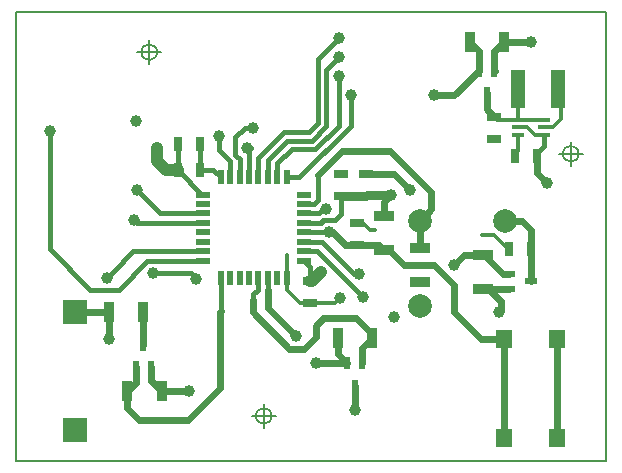
<source format=gbr>
G04 #@! TF.FileFunction,Copper,L1,Top,Signal*
%FSLAX46Y46*%
G04 Gerber Fmt 4.6, Leading zero omitted, Abs format (unit mm)*
G04 Created by KiCad (PCBNEW 4.0.0-2.201512091501+6195~38~ubuntu15.10.1-stable) date do 17 dec 2015 22:41:39 CET*
%MOMM*%
G01*
G04 APERTURE LIST*
%ADD10C,0.100000*%
%ADD11C,0.150000*%
%ADD12C,2.000000*%
%ADD13R,0.700000X1.300000*%
%ADD14R,1.300000X0.700000*%
%ADD15R,1.200000X0.500000*%
%ADD16R,0.500000X1.200000*%
%ADD17R,0.599440X1.000760*%
%ADD18R,1.000760X0.599440*%
%ADD19R,1.700000X0.900000*%
%ADD20R,0.900000X1.700000*%
%ADD21R,1.998980X1.998980*%
%ADD22R,1.400000X1.600000*%
%ADD23R,1.200000X3.200000*%
%ADD24R,1.000000X0.350000*%
%ADD25C,1.000000*%
%ADD26C,0.600000*%
%ADD27C,0.300000*%
%ADD28C,0.400000*%
%ADD29C,1.000000*%
%ADD30C,0.800000*%
G04 APERTURE END LIST*
D10*
D11*
X124666666Y-69000000D02*
G75*
G03X124666666Y-69000000I-666666J0D01*
G01*
X123000000Y-69000000D02*
X125000000Y-69000000D01*
X124000000Y-68000000D02*
X124000000Y-70000000D01*
X88966666Y-60400000D02*
G75*
G03X88966666Y-60400000I-666666J0D01*
G01*
X87300000Y-60400000D02*
X89300000Y-60400000D01*
X88300000Y-59400000D02*
X88300000Y-61400000D01*
X98666666Y-91200000D02*
G75*
G03X98666666Y-91200000I-666666J0D01*
G01*
X97000000Y-91200000D02*
X99000000Y-91200000D01*
X98000000Y-90200000D02*
X98000000Y-92200000D01*
X77000000Y-95000000D02*
X77000000Y-57000000D01*
X127000000Y-95000000D02*
X77000000Y-95000000D01*
X127000000Y-57000000D02*
X127000000Y-95000000D01*
X77000000Y-57000000D02*
X127000000Y-57000000D01*
D12*
X118400000Y-74700000D03*
X111200000Y-81870000D03*
X111200000Y-74700000D03*
D13*
X90700000Y-70350000D03*
X92600000Y-70350000D03*
D14*
X104550000Y-72600000D03*
X104550000Y-70700000D03*
D13*
X90700000Y-68150000D03*
X92600000Y-68150000D03*
D14*
X106650000Y-72600000D03*
X106650000Y-70700000D03*
X105900000Y-76750000D03*
X105900000Y-74850000D03*
X101900000Y-79750000D03*
X101900000Y-81650000D03*
D13*
X120650000Y-77100000D03*
X118750000Y-77100000D03*
D14*
X117500000Y-65850000D03*
X117500000Y-67750000D03*
D13*
X121150000Y-69200000D03*
X119250000Y-69200000D03*
D15*
X101400000Y-78050000D03*
X101400000Y-77250000D03*
X101400000Y-76450000D03*
X101400000Y-75650000D03*
X101400000Y-74850000D03*
X101400000Y-74050000D03*
X101400000Y-73250000D03*
X101400000Y-72450000D03*
D16*
X99950000Y-71000000D03*
X99150000Y-71000000D03*
X98350000Y-71000000D03*
X97550000Y-71000000D03*
X96750000Y-71000000D03*
X95950000Y-71000000D03*
X95150000Y-71000000D03*
X94350000Y-71000000D03*
D15*
X92900000Y-72450000D03*
X92900000Y-73250000D03*
X92900000Y-74050000D03*
X92900000Y-74850000D03*
X92900000Y-75650000D03*
X92900000Y-76450000D03*
X92900000Y-77250000D03*
X92900000Y-78050000D03*
D16*
X94350000Y-79500000D03*
X95150000Y-79500000D03*
X95950000Y-79500000D03*
X96750000Y-79500000D03*
X97550000Y-79500000D03*
X98350000Y-79500000D03*
X99150000Y-79500000D03*
X99950000Y-79500000D03*
D17*
X105049760Y-86750040D03*
X106350240Y-86750040D03*
X105700000Y-88649960D03*
D18*
X118750040Y-80450240D03*
X118750040Y-79149760D03*
X120649960Y-79800000D03*
D17*
X88450240Y-87049960D03*
X87149760Y-87049960D03*
X87800000Y-85150040D03*
X116226192Y-61960580D03*
X117526672Y-61960580D03*
X116876432Y-63860500D03*
D19*
X108200000Y-74250000D03*
X108200000Y-77150000D03*
X111200000Y-77000000D03*
X111200000Y-79900000D03*
D20*
X104280000Y-84630000D03*
X107180000Y-84630000D03*
D19*
X116600000Y-80450000D03*
X116600000Y-77550000D03*
D20*
X89350000Y-89100000D03*
X86450000Y-89100000D03*
X87800000Y-82420000D03*
X84900000Y-82420000D03*
D21*
X81980000Y-82398740D03*
X81980000Y-92401260D03*
D20*
X118326432Y-59510540D03*
X115426432Y-59510540D03*
D22*
X118350000Y-93100000D03*
X122850000Y-93100000D03*
X118350000Y-84700000D03*
X122850000Y-84700000D03*
D23*
X119500000Y-63500000D03*
X122900000Y-63500000D03*
D24*
X119500000Y-66100000D03*
X119500000Y-66750000D03*
X119500000Y-67400000D03*
X121700000Y-67400000D03*
X121700000Y-66750000D03*
X121700000Y-66100000D03*
D25*
X102400000Y-86700000D03*
X122000000Y-71500000D03*
X117926091Y-82370428D03*
X109000000Y-82850000D03*
X104450000Y-81200000D03*
X87200000Y-66200000D03*
X110400000Y-72100000D03*
X103533548Y-75650000D03*
X92300000Y-79600000D03*
X88600000Y-79100000D03*
X105361890Y-64017668D03*
X103308012Y-73649979D03*
X84900000Y-84700000D03*
X100702832Y-84402832D03*
X104399998Y-60800000D03*
X104400006Y-59200000D03*
X96600000Y-68499992D03*
X97100000Y-66800000D03*
X104361870Y-62418909D03*
X106100000Y-79200000D03*
X114100000Y-78399980D03*
X87300000Y-72100000D03*
X87000000Y-74600000D03*
X84700000Y-79493621D03*
X79900000Y-67100000D03*
X94200000Y-67500000D03*
X105700000Y-90700000D03*
X120600000Y-59500000D03*
X106400000Y-81100000D03*
X89000000Y-68500000D03*
X102868478Y-78982720D03*
X112450000Y-64055051D03*
X91700000Y-89100000D03*
X108800000Y-72500000D03*
D26*
X102400000Y-86700000D02*
X104999720Y-86700000D01*
X104999720Y-86700000D02*
X105049760Y-86750040D01*
X121150000Y-69200000D02*
X121150000Y-70650000D01*
X121150000Y-70650000D02*
X122000000Y-71500000D01*
X118050000Y-82246519D02*
X117926091Y-82370428D01*
X118050000Y-81500000D02*
X118050000Y-82246519D01*
X116600000Y-80450000D02*
X117000000Y-80450000D01*
X117000000Y-80450000D02*
X118050000Y-81500000D01*
D27*
X119500000Y-66750000D02*
X120300000Y-66750000D01*
X120300000Y-66750000D02*
X120950000Y-67400000D01*
X120950000Y-67400000D02*
X121700000Y-67400000D01*
D28*
X121150000Y-69200000D02*
X121150000Y-68900000D01*
X121150000Y-68900000D02*
X121700000Y-68350000D01*
X121700000Y-68350000D02*
X121700000Y-67425001D01*
D26*
X104280000Y-84630000D02*
X104280000Y-85980280D01*
X104280000Y-85980280D02*
X105049760Y-86750040D01*
X116600000Y-80450000D02*
X118749800Y-80450000D01*
X118749800Y-80450000D02*
X118750040Y-80450240D01*
D27*
X105900000Y-74850000D02*
X106400000Y-74850000D01*
X106400000Y-74850000D02*
X107000000Y-75450000D01*
X107000000Y-75450000D02*
X107450000Y-75450000D01*
X118750000Y-77100000D02*
X118700000Y-77100000D01*
X117500000Y-75900000D02*
X116450000Y-75900000D01*
X118700000Y-77100000D02*
X117500000Y-75900000D01*
X101900000Y-81650000D02*
X101050000Y-81650000D01*
X101050000Y-81650000D02*
X99950000Y-80550000D01*
X99950000Y-80550000D02*
X99950000Y-79500000D01*
X104000000Y-81650000D02*
X104450000Y-81200000D01*
X101900000Y-81650000D02*
X104000000Y-81650000D01*
X99950000Y-78600000D02*
X99950000Y-77550000D01*
X99950000Y-79500000D02*
X99950000Y-78600000D01*
D26*
X109000000Y-70700000D02*
X110400000Y-72100000D01*
X106650000Y-70700000D02*
X109000000Y-70700000D01*
D27*
X119200000Y-69100000D02*
X119500000Y-68800000D01*
X119500000Y-68800000D02*
X119500000Y-67400000D01*
D26*
X122850000Y-93100000D02*
X122850000Y-84700000D01*
D28*
X101750000Y-81650000D02*
X101900000Y-81650000D01*
X99950000Y-79500000D02*
X99950000Y-79850000D01*
X92600000Y-70350000D02*
X93700000Y-70350000D01*
X93700000Y-70350000D02*
X94350000Y-71000000D01*
X92600000Y-68150000D02*
X92600000Y-70350000D01*
D26*
X114100000Y-82400000D02*
X116400000Y-84700000D01*
X116400000Y-84700000D02*
X118350000Y-84700000D01*
X112400000Y-78400000D02*
X109850000Y-78400000D01*
X114100000Y-82400000D02*
X114100000Y-80100000D01*
X109850000Y-78400000D02*
X108600000Y-77150000D01*
X114100000Y-80100000D02*
X112400000Y-78400000D01*
X108600000Y-77150000D02*
X108200000Y-77150000D01*
X105900000Y-76750000D02*
X107800000Y-76750000D01*
X107800000Y-76750000D02*
X108200000Y-77150000D01*
X103533548Y-75650000D02*
X103850000Y-75650000D01*
X103850000Y-75650000D02*
X104900000Y-76700000D01*
X104900000Y-76700000D02*
X105850000Y-76700000D01*
X105850000Y-76700000D02*
X105900000Y-76750000D01*
D28*
X88600000Y-79100000D02*
X91800000Y-79100000D01*
X91800000Y-79100000D02*
X92300000Y-79600000D01*
D26*
X118350000Y-93100000D02*
X118350000Y-91700000D01*
X118350000Y-91700000D02*
X118350000Y-84700000D01*
D28*
X101400000Y-75650000D02*
X103700000Y-75650000D01*
D26*
X120650000Y-77100000D02*
X120650000Y-75450000D01*
X120650000Y-75450000D02*
X119900000Y-74700000D01*
X119900000Y-74700000D02*
X118400000Y-74700000D01*
X120649960Y-79800000D02*
X120649960Y-77100040D01*
X120649960Y-77100040D02*
X120650000Y-77100000D01*
D28*
X105361890Y-64724774D02*
X105361890Y-64017668D01*
X105361890Y-66608005D02*
X105361890Y-64724774D01*
X100969895Y-71000000D02*
X105361890Y-66608005D01*
X99950000Y-71000000D02*
X100969895Y-71000000D01*
D26*
X84800960Y-84799040D02*
X84900000Y-84700000D01*
D28*
X103063604Y-73649979D02*
X103308012Y-73649979D01*
X102663583Y-74050000D02*
X103063604Y-73649979D01*
X101400000Y-74050000D02*
X102663583Y-74050000D01*
D26*
X81980000Y-82398740D02*
X84878740Y-82398740D01*
X84878740Y-82398740D02*
X84900000Y-82420000D01*
X84900000Y-84700000D02*
X84900000Y-82420000D01*
X112199999Y-73700001D02*
X111200000Y-74700000D01*
X108728004Y-68800000D02*
X112199999Y-72271995D01*
X112199999Y-72271995D02*
X112199999Y-73700001D01*
X104600000Y-68800000D02*
X108728004Y-68800000D01*
X102600000Y-70800000D02*
X104600000Y-68800000D01*
X111200000Y-77000000D02*
X111200000Y-74700000D01*
D28*
X102600000Y-72877989D02*
X102600000Y-70800000D01*
X101400000Y-73250000D02*
X102227989Y-73250000D01*
X102227989Y-73250000D02*
X102600000Y-72877989D01*
D26*
X100202833Y-83902833D02*
X100702832Y-84402832D01*
X98350000Y-80550000D02*
X98350000Y-82050000D01*
X98350000Y-82050000D02*
X100202833Y-83902833D01*
D28*
X98350000Y-79500000D02*
X98350000Y-80550000D01*
D26*
X97100000Y-81400000D02*
X97100000Y-82428004D01*
X97100000Y-82428004D02*
X100174830Y-85502834D01*
X100174830Y-85502834D02*
X101397166Y-85502834D01*
X102400000Y-83550000D02*
X103050000Y-82900000D01*
X101397166Y-85502834D02*
X102400000Y-84500000D01*
X102400000Y-84500000D02*
X102400000Y-83550000D01*
X103050000Y-82900000D02*
X105850000Y-82900000D01*
X105850000Y-82900000D02*
X107180000Y-84230000D01*
X107180000Y-84230000D02*
X107180000Y-84630000D01*
D28*
X97550000Y-79500000D02*
X97500001Y-79549999D01*
X97500001Y-79549999D02*
X97500001Y-80500001D01*
X97500001Y-80500001D02*
X97100000Y-80900002D01*
X97100000Y-80900002D02*
X97100000Y-81600000D01*
X97100000Y-81600000D02*
X97100000Y-81400000D01*
D26*
X106350240Y-86750040D02*
X106350240Y-85459760D01*
X106350240Y-85459760D02*
X107180000Y-84630000D01*
D28*
X103300011Y-61899987D02*
X103899999Y-61299999D01*
X103899999Y-61299999D02*
X104399998Y-60800000D01*
X98350000Y-71000000D02*
X98350000Y-69560035D01*
X98350000Y-69560035D02*
X100010046Y-67899989D01*
X100010046Y-67899989D02*
X102089976Y-67899989D01*
X102089976Y-67899989D02*
X103300011Y-66689954D01*
X103300011Y-66689954D02*
X103300011Y-61899987D01*
X104400006Y-59200000D02*
X102600000Y-61000006D01*
X97550000Y-69370070D02*
X97550000Y-70000000D01*
X102600000Y-61000006D02*
X102600000Y-66400000D01*
X102600000Y-66400000D02*
X101800022Y-67199978D01*
X101800022Y-67199978D02*
X99720092Y-67199978D01*
X99720092Y-67199978D02*
X97550000Y-69370070D01*
X97550000Y-70000000D02*
X97550000Y-71000000D01*
X96750000Y-68649992D02*
X96600000Y-68499992D01*
X96900000Y-68500000D02*
X96600008Y-68500000D01*
X96600008Y-68500000D02*
X96600000Y-68499992D01*
X96750000Y-71000000D02*
X96750000Y-68649992D01*
X96392894Y-66800000D02*
X97100000Y-66800000D01*
X95950000Y-69430002D02*
X95599999Y-69080001D01*
X95950000Y-71000000D02*
X95950000Y-69430002D01*
X95599999Y-69080001D02*
X95599999Y-67592895D01*
X95599999Y-67592895D02*
X96392894Y-66800000D01*
X99150000Y-70000000D02*
X99150000Y-71000000D01*
X99150000Y-69810037D02*
X99150000Y-70000000D01*
X104361870Y-66618060D02*
X102379930Y-68600000D01*
X102379930Y-68600000D02*
X100360037Y-68600000D01*
X104361870Y-62418909D02*
X104361870Y-66618060D01*
X100360037Y-68600000D02*
X99150000Y-69810037D01*
X105649998Y-79200000D02*
X106100000Y-79200000D01*
X101400000Y-76450000D02*
X102899998Y-76450000D01*
X102899998Y-76450000D02*
X105649998Y-79200000D01*
D26*
X114599999Y-77899981D02*
X114100000Y-78399980D01*
X114949980Y-77550000D02*
X114599999Y-77899981D01*
X116600000Y-77550000D02*
X114949980Y-77550000D01*
X116600000Y-77550000D02*
X116650000Y-77550000D01*
X118249760Y-79149760D02*
X118750040Y-79149760D01*
X116650000Y-77550000D02*
X118249760Y-79149760D01*
D28*
X92900000Y-74050000D02*
X89250000Y-74050000D01*
X89250000Y-74050000D02*
X87300000Y-72100000D01*
X92900000Y-74850000D02*
X87250000Y-74850000D01*
X87250000Y-74850000D02*
X87000000Y-74600000D01*
D26*
X94350000Y-82350000D02*
X94300000Y-82400000D01*
X94300000Y-82400000D02*
X94300000Y-88800000D01*
X94300000Y-88800000D02*
X91600000Y-91500000D01*
X91600000Y-91500000D02*
X87400000Y-91500000D01*
X87400000Y-91500000D02*
X86450000Y-90550000D01*
X86450000Y-90550000D02*
X86450000Y-89100000D01*
D28*
X94350000Y-79500000D02*
X94350000Y-82350000D01*
D26*
X87149760Y-87049960D02*
X87149760Y-88400240D01*
X87149760Y-88400240D02*
X86450000Y-89100000D01*
D28*
X85199999Y-78993622D02*
X84700000Y-79493621D01*
X86943621Y-77250000D02*
X85199999Y-78993622D01*
X92900000Y-77250000D02*
X86943621Y-77250000D01*
X92900000Y-78050000D02*
X88150000Y-78050000D01*
X88150000Y-78050000D02*
X85706378Y-80493622D01*
X85706378Y-80493622D02*
X83325492Y-80493622D01*
X83325492Y-80493622D02*
X79900000Y-77068130D01*
X79900000Y-77068130D02*
X79900000Y-67100000D01*
X94200000Y-68669967D02*
X94200000Y-68207106D01*
X94200000Y-68207106D02*
X94200000Y-67500000D01*
X95150000Y-71000000D02*
X95150000Y-69619967D01*
X95150000Y-69619967D02*
X94200000Y-68669967D01*
D26*
X105700000Y-88649960D02*
X105700000Y-90700000D01*
X116876432Y-63860500D02*
X116876432Y-65226432D01*
X116876432Y-65226432D02*
X117500000Y-65850000D01*
D27*
X119500000Y-63500000D02*
X119500000Y-66100000D01*
X119500000Y-66100000D02*
X117750000Y-66100000D01*
X117750000Y-66100000D02*
X117500000Y-65850000D01*
X119500000Y-66100000D02*
X121700000Y-66100000D01*
D26*
X120600000Y-59500000D02*
X118336972Y-59500000D01*
X118336972Y-59500000D02*
X118326432Y-59510540D01*
X117576632Y-62010540D02*
X117526672Y-61960580D01*
D28*
X102550000Y-77250000D02*
X106400000Y-81100000D01*
X101400000Y-77250000D02*
X102550000Y-77250000D01*
D26*
X117526672Y-61960580D02*
X117526672Y-60310300D01*
X117526672Y-60310300D02*
X118326432Y-59510540D01*
D27*
X123200000Y-65400000D02*
X123200000Y-65118402D01*
X123200000Y-65118402D02*
X123200000Y-63500000D01*
X121700000Y-66750000D02*
X122500000Y-66750000D01*
X122500000Y-66750000D02*
X123200000Y-66050000D01*
X123200000Y-66050000D02*
X123200000Y-65118402D01*
D26*
X87800000Y-85150040D02*
X87800000Y-82420000D01*
D29*
X90700000Y-70350000D02*
X89750000Y-70350000D01*
X89750000Y-70350000D02*
X89000000Y-69600000D01*
X89000000Y-69600000D02*
X89000000Y-68500000D01*
D26*
X112450000Y-64055051D02*
X114131721Y-64055051D01*
X114131721Y-64055051D02*
X116226192Y-61960580D01*
X108200000Y-74250000D02*
X108200000Y-73100000D01*
X108200000Y-73100000D02*
X108800000Y-72500000D01*
D29*
X102368479Y-79482719D02*
X102868478Y-78982720D01*
X102101198Y-79750000D02*
X102368479Y-79482719D01*
X101900000Y-79750000D02*
X102101198Y-79750000D01*
D26*
X116226192Y-61960580D02*
X116226192Y-60310300D01*
X116226192Y-60310300D02*
X115426432Y-59510540D01*
D28*
X104550000Y-73350000D02*
X104550000Y-72600000D01*
X103053547Y-74649999D02*
X104013549Y-74649999D01*
X104550000Y-74113548D02*
X104550000Y-73350000D01*
X101400000Y-74850000D02*
X102853546Y-74850000D01*
X104013549Y-74649999D02*
X104550000Y-74113548D01*
X102853546Y-74850000D02*
X103053547Y-74649999D01*
D26*
X90550000Y-70200000D02*
X90700000Y-70350000D01*
X108600000Y-72700000D02*
X108800000Y-72500000D01*
D28*
X101900000Y-79750000D02*
X101900000Y-78550000D01*
X101900000Y-78550000D02*
X101400000Y-78050000D01*
D26*
X89350000Y-89100000D02*
X91700000Y-89100000D01*
X88450240Y-87049960D02*
X88450240Y-88200240D01*
X88450240Y-88200240D02*
X89350000Y-89100000D01*
D30*
X104550000Y-72600000D02*
X106650000Y-72600000D01*
X108800000Y-72500000D02*
X106750000Y-72500000D01*
X106750000Y-72500000D02*
X106650000Y-72600000D01*
D28*
X90700000Y-70350000D02*
X90700000Y-68150000D01*
X92900000Y-72450000D02*
X92800000Y-72450000D01*
X92800000Y-72450000D02*
X90700000Y-70350000D01*
M02*

</source>
